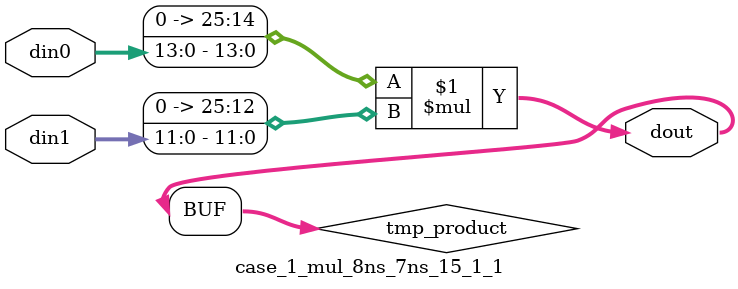
<source format=v>

`timescale 1 ns / 1 ps

 (* use_dsp = "no" *)  module case_1_mul_8ns_7ns_15_1_1(din0, din1, dout);
parameter ID = 1;
parameter NUM_STAGE = 0;
parameter din0_WIDTH = 14;
parameter din1_WIDTH = 12;
parameter dout_WIDTH = 26;

input [din0_WIDTH - 1 : 0] din0; 
input [din1_WIDTH - 1 : 0] din1; 
output [dout_WIDTH - 1 : 0] dout;

wire signed [dout_WIDTH - 1 : 0] tmp_product;
























assign tmp_product = $signed({1'b0, din0}) * $signed({1'b0, din1});











assign dout = tmp_product;





















endmodule

</source>
